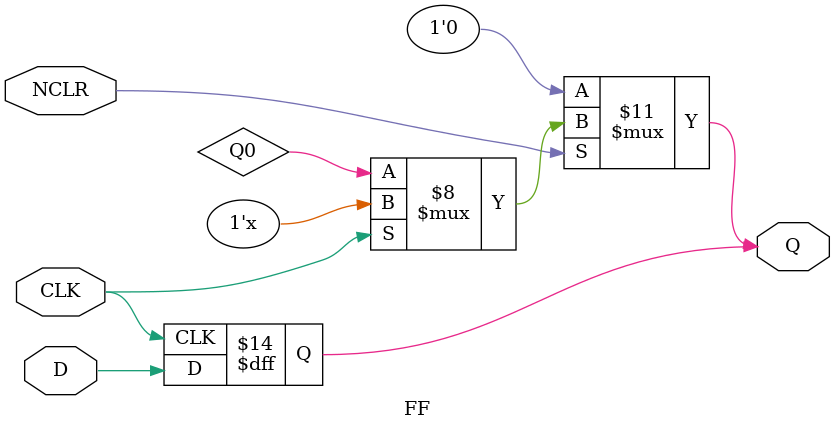
<source format=v>
/*Componente: Sn54HC273 Octal D-Type Flip-Flops With Clear
	Costo: Parte SN54HC273J a $5.96, 100 unidades.
  La Hoja del Fabricante pone solo un tiempo de propagacion para describir el paso
  de la señal tanto de ~CLR como de CLK hacia alguna salida, para C_load = 50 pF
  y Vcc = 4.5 V:
    t_min y t_typ no se mencionan
    t_max = 48 ns
    segun  la hoja del fabricante, los rangos de tiempos son iguales para paso
    de nivel bajo a alto como de alto a bajo.

  Tiempo de set-up a Vcc = 4.5 V, tanto para Data como para ~CLR
    tsu = 30 ns
  Tiempo en hold para Vcc = 4.5 V
    th = 0 ns
  */
  `timescale 1ns/1ps

  //Definicion de los retardos para el Mux
  //`define tpdmin_ff No se mencionan
  //`define tpdtyp_ff
  `define tpdmax_ff 48

  module FF (input NCLR, input CLK, input D, output Q);

    integer cont_ff = 0;
    reg Q0, Q;

    always @ ( * ) begin
            if (NCLR == 1'b0) begin //~CLR asincrono
              Q <= 1'b0;
            end
            else begin
              if (CLK == 1'b0) begin
                Q <= Q0;
              end
            end
    end
    always @ ( posedge CLK ) begin
          Q <= D;
    end

    //Se consume energía en las transiciones de 0 a 1 de la salida
    always @ ( posedge Q ) begin
      cont_ff = cont_ff +1;
    end


  endmodule

</source>
